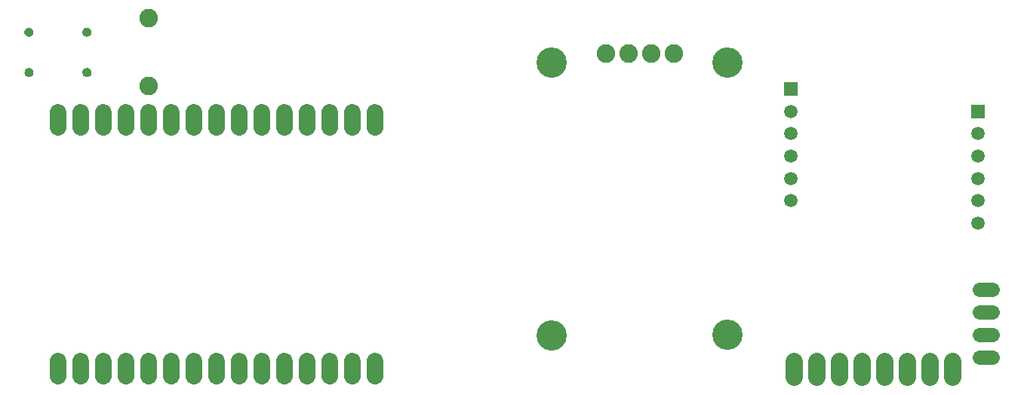
<source format=gbr>
G04 EAGLE Gerber RS-274X export*
G75*
%MOMM*%
%FSLAX34Y34*%
%LPD*%
%INSoldermask Top*%
%IPPOS*%
%AMOC8*
5,1,8,0,0,1.08239X$1,22.5*%
G01*
%ADD10C,1.625600*%
%ADD11C,2.082800*%
%ADD12C,1.879600*%
%ADD13C,1.511200*%
%ADD14R,1.511200X1.511200*%
%ADD15C,3.403200*%
%ADD16C,1.981200*%

G36*
X82035Y411259D02*
X82035Y411259D01*
X82134Y411259D01*
X83091Y411401D01*
X83139Y411417D01*
X83229Y411437D01*
X84131Y411789D01*
X84174Y411815D01*
X84256Y411855D01*
X85057Y412398D01*
X85093Y412434D01*
X85165Y412491D01*
X85825Y413199D01*
X85852Y413241D01*
X85909Y413313D01*
X86395Y414150D01*
X86412Y414198D01*
X86452Y414281D01*
X86739Y415205D01*
X86745Y415255D01*
X86766Y415345D01*
X86833Y416229D01*
X86834Y416232D01*
X86834Y416240D01*
X86837Y416277D01*
X86841Y416306D01*
X86841Y416358D01*
X86836Y416385D01*
X86733Y417352D01*
X86719Y417400D01*
X86702Y417491D01*
X86383Y418421D01*
X86358Y418465D01*
X86322Y418550D01*
X85803Y419386D01*
X85770Y419423D01*
X85715Y419498D01*
X85024Y420197D01*
X84982Y420226D01*
X84913Y420287D01*
X84083Y420815D01*
X84036Y420834D01*
X83955Y420877D01*
X83028Y421208D01*
X82978Y421216D01*
X82890Y421240D01*
X81937Y421353D01*
X81834Y421373D01*
X81829Y421373D01*
X81826Y421375D01*
X81638Y421381D01*
X80680Y421270D01*
X80632Y421256D01*
X80542Y421238D01*
X79633Y420917D01*
X79589Y420892D01*
X79505Y420855D01*
X78690Y420340D01*
X78653Y420306D01*
X78580Y420251D01*
X77900Y419567D01*
X77871Y419526D01*
X77812Y419456D01*
X77301Y418638D01*
X77283Y418591D01*
X77240Y418510D01*
X76925Y417599D01*
X76917Y417549D01*
X76893Y417460D01*
X76789Y416502D01*
X76791Y416472D01*
X76785Y416433D01*
X76785Y416332D01*
X76790Y416305D01*
X76788Y416268D01*
X76887Y415295D01*
X76900Y415246D01*
X76917Y415156D01*
X77229Y414229D01*
X77254Y414185D01*
X77289Y414100D01*
X77800Y413266D01*
X77834Y413228D01*
X77888Y413154D01*
X78572Y412454D01*
X78613Y412425D01*
X78682Y412365D01*
X79504Y411835D01*
X79551Y411815D01*
X79631Y411771D01*
X80551Y411438D01*
X80600Y411429D01*
X80689Y411404D01*
X81660Y411284D01*
X81670Y411284D01*
X81682Y411281D01*
X81985Y411254D01*
X82035Y411259D01*
G37*
G36*
X147110Y411234D02*
X147110Y411234D01*
X147209Y411234D01*
X148166Y411376D01*
X148214Y411392D01*
X148304Y411412D01*
X149206Y411764D01*
X149249Y411790D01*
X149331Y411830D01*
X150132Y412373D01*
X150168Y412409D01*
X150240Y412466D01*
X150900Y413174D01*
X150927Y413216D01*
X150984Y413288D01*
X151470Y414125D01*
X151487Y414173D01*
X151527Y414256D01*
X151814Y415180D01*
X151820Y415230D01*
X151841Y415320D01*
X151908Y416204D01*
X151909Y416207D01*
X151909Y416215D01*
X151912Y416252D01*
X151916Y416281D01*
X151916Y416333D01*
X151911Y416360D01*
X151808Y417327D01*
X151794Y417375D01*
X151777Y417466D01*
X151458Y418396D01*
X151433Y418440D01*
X151397Y418525D01*
X150878Y419361D01*
X150845Y419398D01*
X150790Y419473D01*
X150099Y420172D01*
X150057Y420201D01*
X149988Y420262D01*
X149158Y420790D01*
X149111Y420809D01*
X149030Y420852D01*
X148103Y421183D01*
X148053Y421191D01*
X147965Y421215D01*
X147012Y421328D01*
X146909Y421348D01*
X146904Y421348D01*
X146901Y421350D01*
X146713Y421356D01*
X145755Y421245D01*
X145707Y421231D01*
X145617Y421213D01*
X144708Y420892D01*
X144664Y420867D01*
X144580Y420830D01*
X143765Y420315D01*
X143728Y420281D01*
X143655Y420226D01*
X142975Y419542D01*
X142946Y419501D01*
X142887Y419431D01*
X142376Y418613D01*
X142358Y418566D01*
X142315Y418485D01*
X142000Y417574D01*
X141992Y417524D01*
X141968Y417435D01*
X141864Y416477D01*
X141866Y416447D01*
X141860Y416408D01*
X141860Y416307D01*
X141865Y416280D01*
X141863Y416243D01*
X141962Y415270D01*
X141975Y415221D01*
X141992Y415131D01*
X142304Y414204D01*
X142329Y414160D01*
X142364Y414075D01*
X142875Y413241D01*
X142909Y413203D01*
X142963Y413129D01*
X143647Y412429D01*
X143688Y412400D01*
X143757Y412340D01*
X144579Y411810D01*
X144626Y411790D01*
X144706Y411746D01*
X145626Y411413D01*
X145675Y411404D01*
X145764Y411379D01*
X146735Y411259D01*
X146745Y411259D01*
X146757Y411256D01*
X147060Y411229D01*
X147110Y411234D01*
G37*
G36*
X147110Y365996D02*
X147110Y365996D01*
X147209Y365996D01*
X148166Y366138D01*
X148214Y366154D01*
X148304Y366174D01*
X149206Y366526D01*
X149249Y366552D01*
X149331Y366592D01*
X150132Y367135D01*
X150168Y367171D01*
X150240Y367228D01*
X150900Y367936D01*
X150927Y367978D01*
X150984Y368050D01*
X151470Y368887D01*
X151487Y368935D01*
X151527Y369018D01*
X151814Y369942D01*
X151820Y369992D01*
X151841Y370082D01*
X151908Y370966D01*
X151909Y370969D01*
X151909Y370977D01*
X151912Y371014D01*
X151916Y371043D01*
X151916Y371095D01*
X151911Y371122D01*
X151808Y372089D01*
X151794Y372137D01*
X151777Y372228D01*
X151458Y373158D01*
X151433Y373202D01*
X151397Y373287D01*
X150878Y374123D01*
X150845Y374160D01*
X150790Y374235D01*
X150099Y374934D01*
X150057Y374963D01*
X149988Y375024D01*
X149158Y375552D01*
X149111Y375571D01*
X149030Y375614D01*
X148103Y375945D01*
X148053Y375953D01*
X147965Y375977D01*
X147012Y376090D01*
X146909Y376110D01*
X146904Y376110D01*
X146901Y376112D01*
X146713Y376118D01*
X145755Y376007D01*
X145707Y375993D01*
X145617Y375975D01*
X144708Y375654D01*
X144664Y375629D01*
X144580Y375592D01*
X143765Y375077D01*
X143728Y375043D01*
X143655Y374988D01*
X142975Y374304D01*
X142946Y374263D01*
X142887Y374193D01*
X142376Y373375D01*
X142358Y373328D01*
X142315Y373247D01*
X142000Y372336D01*
X141992Y372286D01*
X141968Y372197D01*
X141864Y371239D01*
X141866Y371209D01*
X141860Y371170D01*
X141860Y371069D01*
X141865Y371042D01*
X141863Y371005D01*
X141962Y370032D01*
X141975Y369983D01*
X141992Y369893D01*
X142304Y368966D01*
X142329Y368922D01*
X142364Y368837D01*
X142875Y368003D01*
X142909Y367965D01*
X142963Y367891D01*
X143647Y367191D01*
X143688Y367162D01*
X143757Y367102D01*
X144579Y366572D01*
X144626Y366552D01*
X144706Y366508D01*
X145626Y366175D01*
X145675Y366166D01*
X145764Y366141D01*
X146735Y366021D01*
X146745Y366021D01*
X146757Y366018D01*
X147060Y365991D01*
X147110Y365996D01*
G37*
G36*
X82086Y365971D02*
X82086Y365971D01*
X82185Y365971D01*
X83142Y366113D01*
X83190Y366129D01*
X83280Y366149D01*
X84182Y366501D01*
X84225Y366527D01*
X84307Y366567D01*
X85108Y367110D01*
X85144Y367146D01*
X85216Y367203D01*
X85876Y367911D01*
X85903Y367953D01*
X85960Y368025D01*
X86446Y368862D01*
X86463Y368910D01*
X86503Y368993D01*
X86790Y369917D01*
X86796Y369967D01*
X86817Y370057D01*
X86884Y370941D01*
X86885Y370944D01*
X86885Y370952D01*
X86888Y370989D01*
X86892Y371018D01*
X86892Y371070D01*
X86887Y371097D01*
X86784Y372064D01*
X86770Y372112D01*
X86753Y372203D01*
X86434Y373133D01*
X86409Y373177D01*
X86373Y373262D01*
X85854Y374098D01*
X85821Y374135D01*
X85766Y374210D01*
X85075Y374909D01*
X85033Y374938D01*
X84964Y374999D01*
X84134Y375527D01*
X84087Y375546D01*
X84006Y375589D01*
X83079Y375920D01*
X83029Y375928D01*
X82941Y375952D01*
X81988Y376065D01*
X81885Y376085D01*
X81880Y376085D01*
X81877Y376087D01*
X81689Y376093D01*
X80731Y375982D01*
X80683Y375968D01*
X80593Y375950D01*
X79684Y375629D01*
X79640Y375604D01*
X79556Y375567D01*
X78741Y375052D01*
X78704Y375018D01*
X78631Y374963D01*
X77951Y374279D01*
X77922Y374238D01*
X77863Y374168D01*
X77352Y373350D01*
X77334Y373303D01*
X77291Y373222D01*
X76976Y372311D01*
X76968Y372261D01*
X76944Y372172D01*
X76840Y371214D01*
X76842Y371184D01*
X76836Y371145D01*
X76836Y371044D01*
X76841Y371017D01*
X76839Y370980D01*
X76938Y370007D01*
X76951Y369958D01*
X76968Y369868D01*
X77280Y368941D01*
X77305Y368897D01*
X77340Y368812D01*
X77851Y367978D01*
X77885Y367940D01*
X77939Y367866D01*
X78623Y367166D01*
X78664Y367137D01*
X78733Y367077D01*
X79555Y366547D01*
X79602Y366527D01*
X79682Y366483D01*
X80602Y366150D01*
X80651Y366141D01*
X80740Y366116D01*
X81711Y365996D01*
X81721Y365996D01*
X81733Y365993D01*
X82036Y365966D01*
X82086Y365971D01*
G37*
D10*
X1162812Y50800D02*
X1148588Y50800D01*
X1148588Y76200D02*
X1162812Y76200D01*
X1162812Y101600D02*
X1148588Y101600D01*
X1148588Y127000D02*
X1162812Y127000D01*
D11*
X215900Y355600D03*
X215900Y431800D03*
D12*
X469900Y325882D02*
X469900Y309118D01*
X444500Y309118D02*
X444500Y325882D01*
X419100Y325882D02*
X419100Y309118D01*
X393700Y309118D02*
X393700Y325882D01*
X368300Y325882D02*
X368300Y309118D01*
X342900Y309118D02*
X342900Y325882D01*
X317500Y325882D02*
X317500Y309118D01*
X292100Y309118D02*
X292100Y325882D01*
X266700Y325882D02*
X266700Y309118D01*
X241300Y309118D02*
X241300Y325882D01*
X215900Y325882D02*
X215900Y309118D01*
X190500Y309118D02*
X190500Y325882D01*
X165100Y325882D02*
X165100Y309118D01*
X139700Y309118D02*
X139700Y325882D01*
X114300Y325882D02*
X114300Y309118D01*
X114300Y46482D02*
X114300Y29718D01*
X139700Y29718D02*
X139700Y46482D01*
X165100Y46482D02*
X165100Y29718D01*
X190500Y29718D02*
X190500Y46482D01*
X215900Y46482D02*
X215900Y29718D01*
X241300Y29718D02*
X241300Y46482D01*
X266700Y46482D02*
X266700Y29718D01*
X292100Y29718D02*
X292100Y46482D01*
X317500Y46482D02*
X317500Y29718D01*
X342900Y29718D02*
X342900Y46482D01*
X368300Y46482D02*
X368300Y29718D01*
X393700Y29718D02*
X393700Y46482D01*
X419100Y46482D02*
X419100Y29718D01*
X444500Y29718D02*
X444500Y46482D01*
X469900Y46482D02*
X469900Y29718D01*
D13*
X1146400Y202100D03*
X1146400Y227100D03*
X1146400Y252100D03*
X1146400Y277100D03*
X1146400Y302100D03*
X936400Y227100D03*
X936400Y252100D03*
X936400Y277100D03*
X936400Y302100D03*
X936400Y327100D03*
D14*
X936400Y352100D03*
X1146400Y327100D03*
D15*
X668000Y381800D03*
X866000Y381800D03*
X668000Y75800D03*
X866000Y76800D03*
D11*
X729300Y392100D03*
X754700Y392100D03*
X780100Y392100D03*
X805500Y392100D03*
D16*
X1016000Y46990D02*
X1016000Y29210D01*
X1041400Y29210D02*
X1041400Y46990D01*
X990600Y46990D02*
X990600Y29210D01*
X965200Y29210D02*
X965200Y46990D01*
X939800Y46990D02*
X939800Y29210D01*
X1066800Y29210D02*
X1066800Y46990D01*
X1092200Y46990D02*
X1092200Y29210D01*
X1117600Y29210D02*
X1117600Y46990D01*
M02*

</source>
